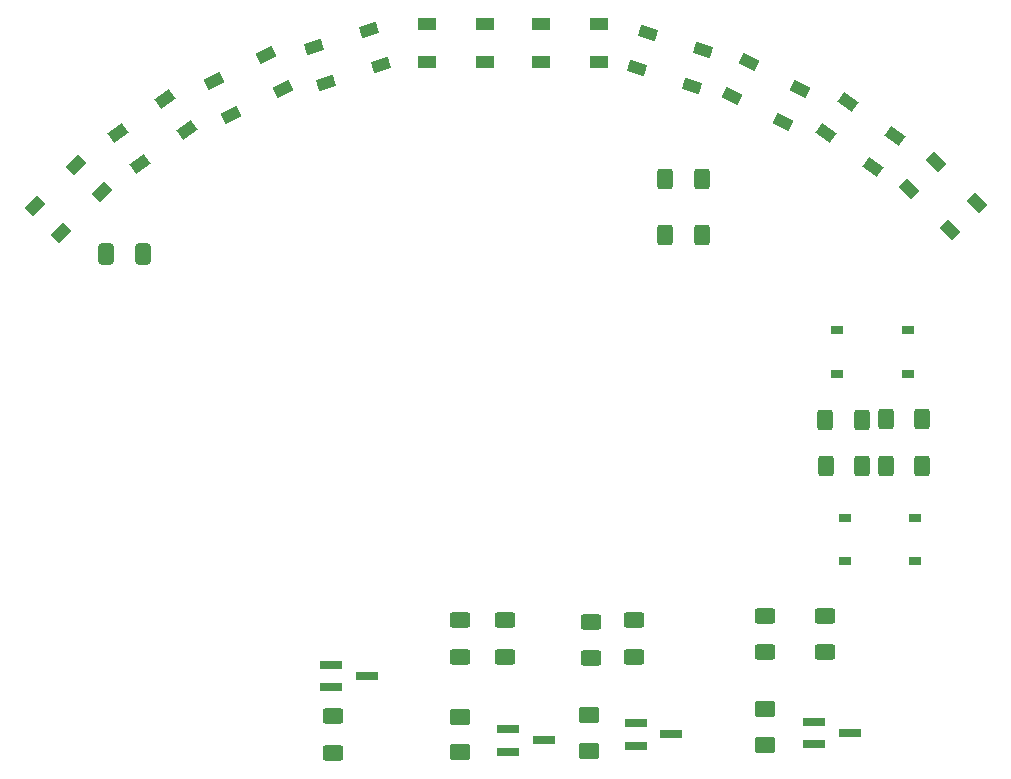
<source format=gbr>
%TF.GenerationSoftware,KiCad,Pcbnew,(5.99.0-13050-gf79cb382c4)*%
%TF.CreationDate,2021-11-18T10:13:38-08:00*%
%TF.ProjectId,S_Alarm,535f416c-6172-46d2-9e6b-696361645f70,rev?*%
%TF.SameCoordinates,Original*%
%TF.FileFunction,Paste,Top*%
%TF.FilePolarity,Positive*%
%FSLAX46Y46*%
G04 Gerber Fmt 4.6, Leading zero omitted, Abs format (unit mm)*
G04 Created by KiCad (PCBNEW (5.99.0-13050-gf79cb382c4)) date 2021-11-18 10:13:38*
%MOMM*%
%LPD*%
G01*
G04 APERTURE LIST*
G04 Aperture macros list*
%AMRoundRect*
0 Rectangle with rounded corners*
0 $1 Rounding radius*
0 $2 $3 $4 $5 $6 $7 $8 $9 X,Y pos of 4 corners*
0 Add a 4 corners polygon primitive as box body*
4,1,4,$2,$3,$4,$5,$6,$7,$8,$9,$2,$3,0*
0 Add four circle primitives for the rounded corners*
1,1,$1+$1,$2,$3*
1,1,$1+$1,$4,$5*
1,1,$1+$1,$6,$7*
1,1,$1+$1,$8,$9*
0 Add four rect primitives between the rounded corners*
20,1,$1+$1,$2,$3,$4,$5,0*
20,1,$1+$1,$4,$5,$6,$7,0*
20,1,$1+$1,$6,$7,$8,$9,0*
20,1,$1+$1,$8,$9,$2,$3,0*%
%AMRotRect*
0 Rectangle, with rotation*
0 The origin of the aperture is its center*
0 $1 length*
0 $2 width*
0 $3 Rotation angle, in degrees counterclockwise*
0 Add horizontal line*
21,1,$1,$2,0,0,$3*%
G04 Aperture macros list end*
%ADD10RotRect,1.500000X1.000000X135.000000*%
%ADD11RoundRect,0.250001X0.624999X-0.462499X0.624999X0.462499X-0.624999X0.462499X-0.624999X-0.462499X0*%
%ADD12RotRect,1.500000X1.000000X198.000000*%
%ADD13RoundRect,0.250000X0.412500X0.650000X-0.412500X0.650000X-0.412500X-0.650000X0.412500X-0.650000X0*%
%ADD14RoundRect,0.250000X0.400000X0.625000X-0.400000X0.625000X-0.400000X-0.625000X0.400000X-0.625000X0*%
%ADD15RoundRect,0.250000X0.625000X-0.400000X0.625000X0.400000X-0.625000X0.400000X-0.625000X-0.400000X0*%
%ADD16R,1.000000X0.700000*%
%ADD17RoundRect,0.250000X-0.625000X0.400000X-0.625000X-0.400000X0.625000X-0.400000X0.625000X0.400000X0*%
%ADD18R,1.900000X0.800000*%
%ADD19R,1.500000X1.000000*%
%ADD20RotRect,1.500000X1.000000X216.000000*%
%ADD21RotRect,1.500000X1.000000X225.000000*%
%ADD22RoundRect,0.250000X-0.400000X-0.625000X0.400000X-0.625000X0.400000X0.625000X-0.400000X0.625000X0*%
%ADD23RotRect,1.500000X1.000000X207.000000*%
%ADD24RotRect,1.500000X1.000000X162.000000*%
%ADD25RotRect,1.500000X1.000000X144.000000*%
%ADD26RotRect,1.500000X1.000000X153.000000*%
G04 APERTURE END LIST*
D10*
%TO.C,D3*%
X154973959Y-44761218D03*
X152711218Y-47023959D03*
X156176041Y-50488782D03*
X158438782Y-48226041D03*
%TD*%
D11*
%TO.C,D12*%
X140462000Y-94070500D03*
X140462000Y-91095500D03*
%TD*%
D12*
%TO.C,D9*%
X102331484Y-35049401D03*
X103320339Y-38092782D03*
X107980516Y-36578599D03*
X106991661Y-33535218D03*
%TD*%
D13*
%TO.C,C1*%
X87795500Y-52578000D03*
X84670500Y-52578000D03*
%TD*%
D14*
%TO.C,R1*%
X135154000Y-46228000D03*
X132054000Y-46228000D03*
%TD*%
D15*
%TO.C,R7*%
X145542000Y-86259000D03*
X145542000Y-83159000D03*
%TD*%
D16*
%TO.C,SW2*%
X152605999Y-62683001D03*
X146605999Y-62683001D03*
X152605999Y-58983001D03*
X146605999Y-58983001D03*
%TD*%
D15*
%TO.C,R6*%
X118491000Y-86640000D03*
X118491000Y-83540000D03*
%TD*%
D17*
%TO.C,R11*%
X114681000Y-83540000D03*
X114681000Y-86640000D03*
%TD*%
%TO.C,R12*%
X140462000Y-83159000D03*
X140462000Y-86259000D03*
%TD*%
%TO.C,R10*%
X125730000Y-83667000D03*
X125730000Y-86767000D03*
%TD*%
D18*
%TO.C,Q4*%
X103783000Y-87315000D03*
X103783000Y-89215000D03*
X106783000Y-88265000D03*
%TD*%
D19*
%TO.C,D13*%
X121502000Y-33071000D03*
X121502000Y-36271000D03*
X126402000Y-36271000D03*
X126402000Y-33071000D03*
%TD*%
D17*
%TO.C,R13*%
X103886000Y-91668000D03*
X103886000Y-94768000D03*
%TD*%
D18*
%TO.C,Q2*%
X118769000Y-92776000D03*
X118769000Y-94676000D03*
X121769000Y-93726000D03*
%TD*%
D20*
%TO.C,D4*%
X85723452Y-42309647D03*
X87604365Y-44898501D03*
X91568548Y-42018353D03*
X89687635Y-39429499D03*
%TD*%
D21*
%TO.C,D1*%
X78670218Y-48480041D03*
X80932959Y-50742782D03*
X84397782Y-47277959D03*
X82135041Y-45015218D03*
%TD*%
D14*
%TO.C,R3*%
X148739000Y-70485003D03*
X145639000Y-70485003D03*
%TD*%
D19*
%TO.C,D11*%
X111850000Y-33071000D03*
X111850000Y-36271000D03*
X116750000Y-36271000D03*
X116750000Y-33071000D03*
%TD*%
D22*
%TO.C,R9*%
X150719000Y-66548002D03*
X153819000Y-66548002D03*
%TD*%
D23*
%TO.C,D6*%
X93864649Y-37913666D03*
X95317419Y-40764887D03*
X99683351Y-38540334D03*
X98230581Y-35689113D03*
%TD*%
D15*
%TO.C,R5*%
X129413000Y-86640000D03*
X129413000Y-83540000D03*
%TD*%
D24*
%TO.C,D10*%
X130625339Y-33789218D03*
X129636484Y-36832599D03*
X134296661Y-38346782D03*
X135285516Y-35303401D03*
%TD*%
D25*
%TO.C,D5*%
X147548365Y-39683499D03*
X145667452Y-42272353D03*
X149631635Y-45152501D03*
X151512548Y-42563647D03*
%TD*%
D22*
%TO.C,R8*%
X150719001Y-70485003D03*
X153819001Y-70485003D03*
%TD*%
D11*
%TO.C,D2*%
X125603000Y-94578500D03*
X125603000Y-91603500D03*
%TD*%
D14*
%TO.C,R4*%
X148682002Y-66617003D03*
X145582002Y-66617003D03*
%TD*%
%TO.C,R2*%
X135154000Y-50927000D03*
X132054000Y-50927000D03*
%TD*%
D26*
%TO.C,D8*%
X139132419Y-36324113D03*
X137679649Y-39175334D03*
X142045581Y-41399887D03*
X143498351Y-38548666D03*
%TD*%
D11*
%TO.C,D7*%
X114681000Y-94705500D03*
X114681000Y-91730500D03*
%TD*%
D18*
%TO.C,Q3*%
X144677000Y-92141000D03*
X144677000Y-94041000D03*
X147677000Y-93091000D03*
%TD*%
%TO.C,Q1*%
X129564000Y-92268000D03*
X129564000Y-94168000D03*
X132564000Y-93218000D03*
%TD*%
D16*
%TO.C,SW1*%
X147237000Y-74858000D03*
X153237000Y-74858000D03*
X147237000Y-78558000D03*
X153237000Y-78558000D03*
%TD*%
M02*

</source>
